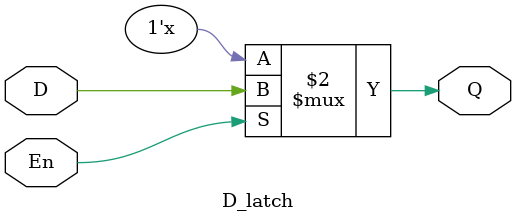
<source format=v>

module D_latch (Q, D, En);
  output 	Q;
  input		D, En;
  reg 		Q;

  always @ (En, D)	
    if (En) Q <= D;	// Alternative: if (En == 1) Q <= D;
endmodule



</source>
